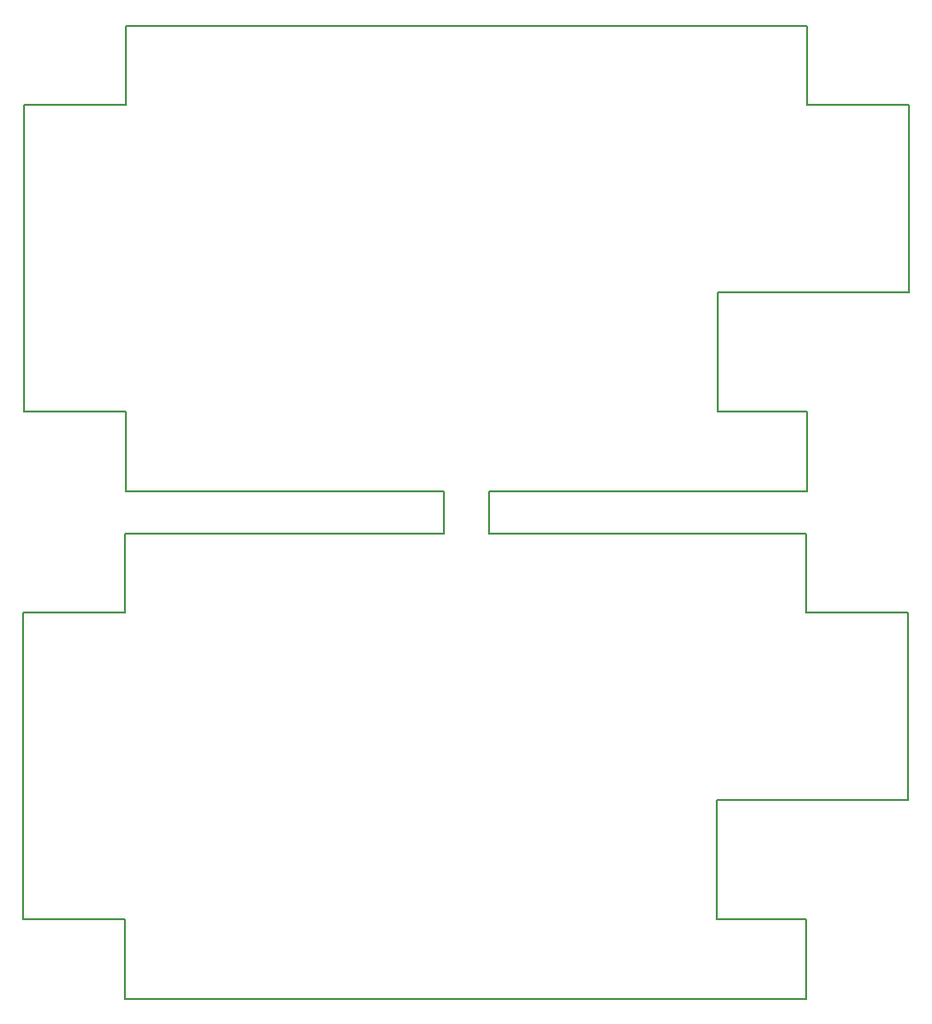
<source format=gbr>
G04 #@! TF.FileFunction,Profile,NP*
%FSLAX46Y46*%
G04 Gerber Fmt 4.6, Leading zero omitted, Abs format (unit mm)*
G04 Created by KiCad (PCBNEW 4.0.4-stable) date Mon Oct 10 23:42:20 2016*
%MOMM*%
%LPD*%
G01*
G04 APERTURE LIST*
%ADD10C,0.100000*%
%ADD11C,0.150000*%
G04 APERTURE END LIST*
D10*
D11*
X67496500Y-63034500D02*
X67496500Y-66738500D01*
X63496500Y-63034500D02*
X63496500Y-66738500D01*
X67496500Y-66738500D02*
X95433000Y-66738500D01*
X67496500Y-63034500D02*
X95496500Y-63034500D01*
X35433000Y-66738500D02*
X63496500Y-66738500D01*
X35433000Y-107738500D02*
X95433000Y-107738500D01*
X104433000Y-73738500D02*
X104433000Y-90238500D01*
X95433000Y-66738500D02*
X95433000Y-73738500D01*
X95433000Y-73738500D02*
X104433000Y-73738500D01*
X95433000Y-100738500D02*
X95433000Y-107738500D01*
X26433000Y-73738500D02*
X26433000Y-100738500D01*
X26433000Y-73738500D02*
X35433000Y-73738500D01*
X35433000Y-66738500D02*
X35433000Y-73738500D01*
X26433000Y-100738500D02*
X35433000Y-100738500D01*
X35433000Y-100738500D02*
X35433000Y-107738500D01*
X104433000Y-90238500D02*
X87566500Y-90238500D01*
X87566500Y-90238500D02*
X87566500Y-100738500D01*
X87566500Y-100738500D02*
X95433000Y-100738500D01*
X87630000Y-56034500D02*
X95496500Y-56034500D01*
X87630000Y-45534500D02*
X87630000Y-56034500D01*
X104496500Y-45534500D02*
X87630000Y-45534500D01*
X35496500Y-56034500D02*
X35496500Y-63034500D01*
X26496500Y-56034500D02*
X35496500Y-56034500D01*
X35496500Y-22034500D02*
X35496500Y-29034500D01*
X26496500Y-29034500D02*
X35496500Y-29034500D01*
X26496500Y-29034500D02*
X26496500Y-56034500D01*
X95496500Y-56034500D02*
X95496500Y-63034500D01*
X95496500Y-29034500D02*
X104496500Y-29034500D01*
X95496500Y-22034500D02*
X95496500Y-29034500D01*
X104496500Y-29034500D02*
X104496500Y-45534500D01*
X35496500Y-63034500D02*
X63496500Y-63034500D01*
X35496500Y-22034500D02*
X95496500Y-22034500D01*
M02*

</source>
